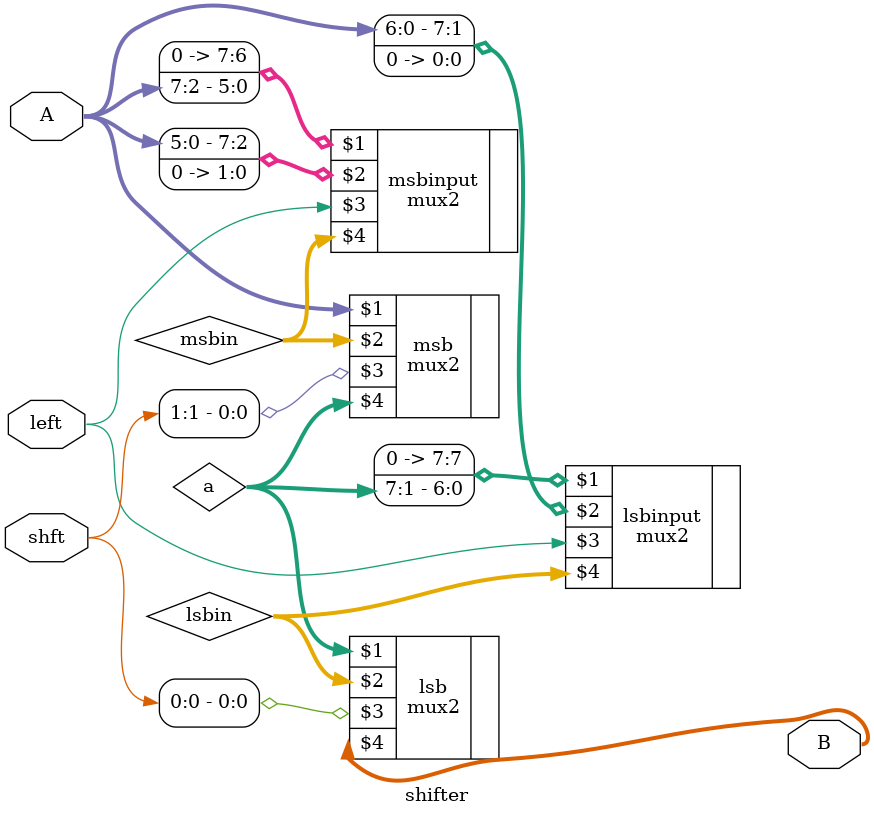
<source format=sv>
`ifndef SHFT
`define SHFT
`include "mux2.sv"
module shifter
  (
   input  logic [7:0] A,
   input logic [1:0] shft,
   input logic left, 
    output logic [7:0] B
);
   logic [7:0] a, msbin, lsbin;
   mux2 #(8) msbinput({2'b00,A[7:2]},{A[5:0],2'b00},left,msbin);
   mux2 #(8) msb(A,msbin,shft[1],a);
   mux2 #(8) lsbinput({1'b0,a[7:1]},{A[6:0],1'b0},left,lsbin);
   mux2 #(8) lsb(a,lsbin,shft[0],B);

endmodule

`endif // MUX2
</source>
